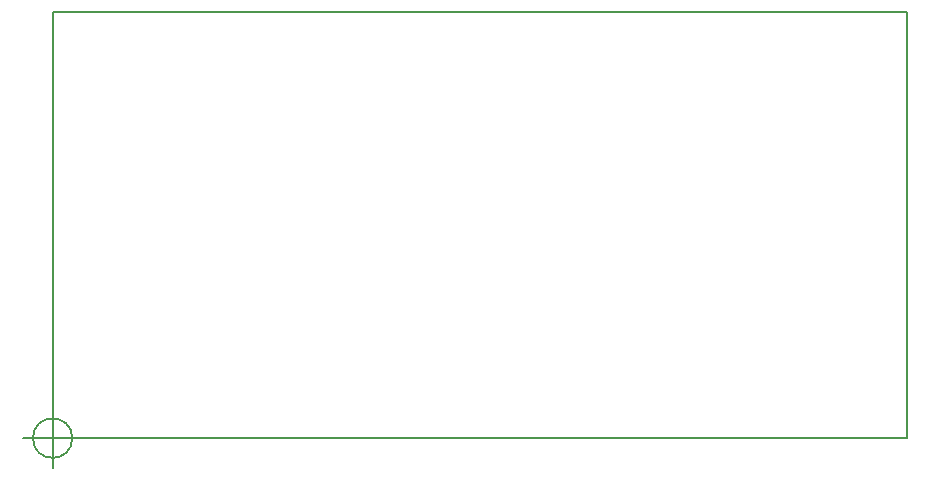
<source format=gbr>
G04 #@! TF.FileFunction,Profile,NP*
%FSLAX46Y46*%
G04 Gerber Fmt 4.6, Leading zero omitted, Abs format (unit mm)*
G04 Created by KiCad (PCBNEW 4.0.7) date 05/02/18 00:14:41*
%MOMM*%
%LPD*%
G01*
G04 APERTURE LIST*
%ADD10C,0.100000*%
%ADD11C,0.150000*%
G04 APERTURE END LIST*
D10*
D11*
X1666666Y0D02*
G75*
G03X1666666Y0I-1666666J0D01*
G01*
X-2500000Y0D02*
X2500000Y0D01*
X0Y2500000D02*
X0Y-2500000D01*
X72321800Y36076000D02*
X72321800Y0D01*
X0Y36076000D02*
X72321800Y36076000D01*
X-2200Y0D02*
X72321800Y0D01*
X0Y36076000D02*
X0Y0D01*
M02*

</source>
